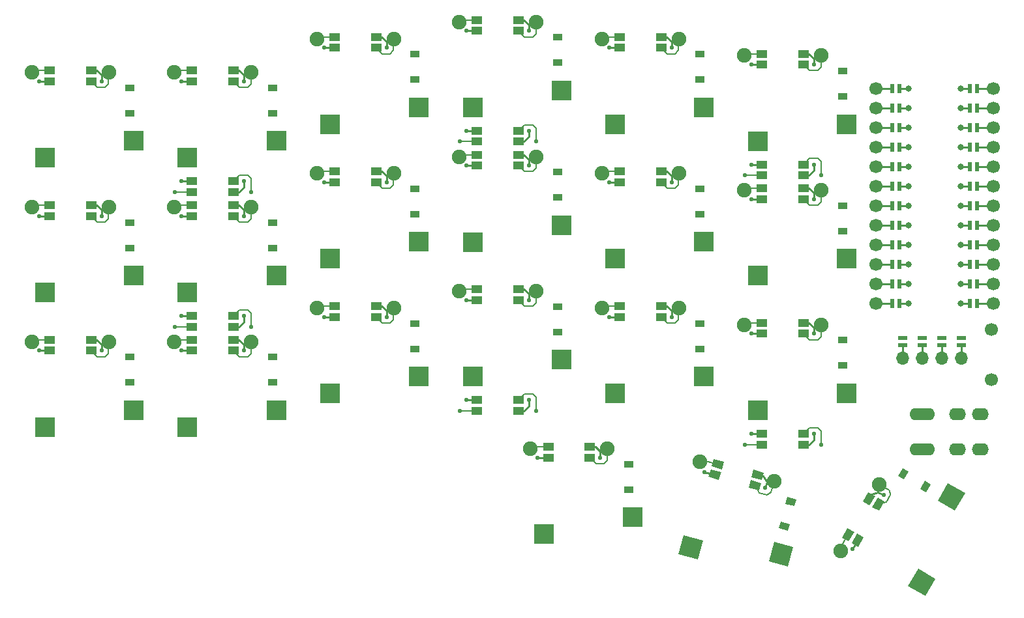
<source format=gtl>
G04 #@! TF.GenerationSoftware,KiCad,Pcbnew,8.0.8+1*
G04 #@! TF.CreationDate,2025-07-09T05:02:12+00:00*
G04 #@! TF.ProjectId,corney_island,636f726e-6579-45f6-9973-6c616e642e6b,0.2*
G04 #@! TF.SameCoordinates,Original*
G04 #@! TF.FileFunction,Copper,L1,Top*
G04 #@! TF.FilePolarity,Positive*
%FSLAX46Y46*%
G04 Gerber Fmt 4.6, Leading zero omitted, Abs format (unit mm)*
G04 Created by KiCad (PCBNEW 8.0.8+1) date 2025-07-09 05:02:12*
%MOMM*%
%LPD*%
G01*
G04 APERTURE LIST*
G04 #@! TA.AperFunction,ComponentPad*
%ADD10C,1.900000*%
G04 #@! TD*
G04 #@! TA.AperFunction,SMDPad,CuDef*
%ADD11R,2.600000X2.600000*%
G04 #@! TD*
G04 #@! TA.AperFunction,SMDPad,CuDef*
%ADD12R,1.200000X0.900000*%
G04 #@! TD*
G04 #@! TA.AperFunction,ComponentPad*
%ADD13C,1.700000*%
G04 #@! TD*
G04 #@! TA.AperFunction,ComponentPad*
%ADD14C,0.800000*%
G04 #@! TD*
G04 #@! TA.AperFunction,SMDPad,CuDef*
%ADD15R,0.600000X1.200000*%
G04 #@! TD*
G04 #@! TA.AperFunction,SMDPad,CuDef*
%ADD16R,1.200000X0.600000*%
G04 #@! TD*
G04 #@! TA.AperFunction,ComponentPad*
%ADD17O,1.700000X1.700000*%
G04 #@! TD*
G04 #@! TA.AperFunction,ComponentPad*
%ADD18O,2.200000X1.600000*%
G04 #@! TD*
G04 #@! TA.AperFunction,ComponentPad*
%ADD19O,3.300000X1.600000*%
G04 #@! TD*
G04 #@! TA.AperFunction,SMDPad,CuDef*
%ADD20R,1.400000X1.000000*%
G04 #@! TD*
G04 #@! TA.AperFunction,ViaPad*
%ADD21C,0.560000*%
G04 #@! TD*
G04 #@! TA.AperFunction,Conductor*
%ADD22C,0.250000*%
G04 #@! TD*
G04 #@! TA.AperFunction,Conductor*
%ADD23C,0.150000*%
G04 #@! TD*
G04 APERTURE END LIST*
D10*
X105000000Y-94850000D03*
X105000000Y-77350000D03*
X105000000Y-59850000D03*
X123500000Y-94850000D03*
X123500000Y-77350000D03*
X123500000Y-59850000D03*
X142000000Y-90475000D03*
X142000000Y-72975000D03*
X142000000Y-55475000D03*
X160500000Y-88287500D03*
X160500000Y-70787500D03*
X160500000Y-53287500D03*
X179000000Y-90475000D03*
X179000000Y-72975000D03*
X179000000Y-55475000D03*
X197500000Y-92662500D03*
X197500000Y-75162500D03*
X197500000Y-57662500D03*
X169750000Y-108787500D03*
X191412547Y-113007077D03*
X205053812Y-113417121D03*
X95000000Y-94850000D03*
D11*
X96725000Y-105950000D03*
X108275000Y-103750000D03*
D10*
X95000000Y-77350000D03*
D11*
X96725000Y-88450000D03*
X108275000Y-86250000D03*
D10*
X95000000Y-59850000D03*
D11*
X96725000Y-70950000D03*
X108275000Y-68750000D03*
D10*
X113500000Y-94850000D03*
D11*
X115225000Y-105950000D03*
X126775000Y-103750000D03*
D10*
X113500000Y-77350000D03*
D11*
X115225000Y-88450000D03*
X126775000Y-86250000D03*
D10*
X113500000Y-59850000D03*
D11*
X115225000Y-70950000D03*
X126775000Y-68750000D03*
D10*
X132000000Y-90475000D03*
D11*
X133725000Y-101575000D03*
X145275000Y-99375000D03*
D10*
X132000000Y-72975000D03*
D11*
X133725000Y-84075000D03*
X145275000Y-81875000D03*
D10*
X132000000Y-55475000D03*
D11*
X133725000Y-66575000D03*
X145275000Y-64375000D03*
D10*
X150500000Y-88287500D03*
D11*
X152225000Y-99387500D03*
X163775000Y-97187500D03*
D10*
X150500000Y-70787500D03*
D11*
X152225000Y-81887500D03*
X163775000Y-79687500D03*
D10*
X150500000Y-53287500D03*
D11*
X152225000Y-64387500D03*
X163775000Y-62187500D03*
D10*
X169000000Y-90475000D03*
D11*
X170725000Y-101575000D03*
X182275000Y-99375000D03*
D10*
X169000000Y-72975000D03*
D11*
X170725000Y-84075000D03*
X182275000Y-81875000D03*
D10*
X169000000Y-55475000D03*
D11*
X170725000Y-66575000D03*
X182275000Y-64375000D03*
D10*
X187500000Y-92662500D03*
D11*
X189225000Y-103762500D03*
X200775000Y-101562500D03*
D10*
X187500000Y-75162500D03*
D11*
X189225000Y-86262500D03*
X200775000Y-84062500D03*
D10*
X187500000Y-57662500D03*
D11*
X189225000Y-68762500D03*
X200775000Y-66562500D03*
D10*
X159750000Y-108787500D03*
D11*
X161475000Y-119887500D03*
X173025000Y-117687500D03*
D10*
X181753289Y-110418887D03*
G04 #@! TA.AperFunction,SMDPad,CuDef*
G36*
X182138788Y-120667887D02*
G01*
X181465859Y-123179294D01*
X178954452Y-122506365D01*
X179627381Y-119994958D01*
X182138788Y-120667887D01*
G37*
G04 #@! TD.AperFunction*
G04 #@! TA.AperFunction,SMDPad,CuDef*
G36*
X193864633Y-121532210D02*
G01*
X193191704Y-124043617D01*
X190680297Y-123370688D01*
X191353226Y-120859281D01*
X193864633Y-121532210D01*
G37*
G04 #@! TD.AperFunction*
X200053812Y-122077375D03*
G04 #@! TA.AperFunction,SMDPad,CuDef*
G36*
X210053361Y-124357648D02*
G01*
X212305027Y-125657648D01*
X211005027Y-127909314D01*
X208753361Y-126609314D01*
X210053361Y-124357648D01*
G37*
G04 #@! TD.AperFunction*
G04 #@! TA.AperFunction,SMDPad,CuDef*
G36*
X213923105Y-113255055D02*
G01*
X216174771Y-114555055D01*
X214874771Y-116806721D01*
X212623105Y-115506721D01*
X213923105Y-113255055D01*
G37*
G04 #@! TD.AperFunction*
D12*
X107750000Y-96850000D03*
X107750000Y-100150000D03*
X107750000Y-79350000D03*
X107750000Y-82650000D03*
X107750000Y-61850000D03*
X107750000Y-65150000D03*
X126250000Y-96850000D03*
X126250000Y-100150000D03*
X126250000Y-79350000D03*
X126250000Y-82650000D03*
X126250000Y-61850000D03*
X126250000Y-65150000D03*
X144750000Y-92475000D03*
X144750000Y-95775000D03*
X144750000Y-74975000D03*
X144750000Y-78275000D03*
X144750000Y-57475000D03*
X144750000Y-60775000D03*
X163250000Y-90287500D03*
X163250000Y-93587500D03*
X163250000Y-72787500D03*
X163250000Y-76087500D03*
X163250000Y-55287500D03*
X163250000Y-58587500D03*
X181750000Y-92475000D03*
X181750000Y-95775000D03*
X181750000Y-74975000D03*
X181750000Y-78275000D03*
X181750000Y-57475000D03*
X181750000Y-60775000D03*
X200250000Y-94662500D03*
X200250000Y-97962500D03*
X200250000Y-77162500D03*
X200250000Y-80462500D03*
X200250000Y-59662500D03*
X200250000Y-62962500D03*
X172500000Y-110787500D03*
X172500000Y-114087500D03*
G04 #@! TA.AperFunction,SMDPad,CuDef*
G36*
X193088118Y-115060723D02*
G01*
X194247229Y-115371306D01*
X194014292Y-116240639D01*
X192855181Y-115930056D01*
X193088118Y-115060723D01*
G37*
G04 #@! TD.AperFunction*
G04 #@! TA.AperFunction,SMDPad,CuDef*
G36*
X192234016Y-118248279D02*
G01*
X193393127Y-118558862D01*
X193160190Y-119428195D01*
X192001079Y-119117612D01*
X192234016Y-118248279D01*
G37*
G04 #@! TD.AperFunction*
G04 #@! TA.AperFunction,SMDPad,CuDef*
G36*
X207471152Y-112330166D02*
G01*
X208071152Y-111290936D01*
X208850574Y-111740936D01*
X208250574Y-112780166D01*
X207471152Y-112330166D01*
G37*
G04 #@! TD.AperFunction*
G04 #@! TA.AperFunction,SMDPad,CuDef*
G36*
X210329036Y-113980166D02*
G01*
X210929036Y-112940936D01*
X211708458Y-113390936D01*
X211108458Y-114430166D01*
X210329036Y-113980166D01*
G37*
G04 #@! TD.AperFunction*
D13*
X204584000Y-61920000D03*
X219824000Y-61920000D03*
D14*
X208804000Y-61920000D03*
X215604000Y-61920000D03*
D15*
X206724000Y-61920000D03*
X207624000Y-61920000D03*
X216784000Y-61920000D03*
X217684000Y-61920000D03*
D13*
X204584000Y-64460000D03*
X219824000Y-64460000D03*
D14*
X208804000Y-64460000D03*
X215604000Y-64460000D03*
D15*
X206724000Y-64460000D03*
X207624000Y-64460000D03*
X216784000Y-64460000D03*
X217684000Y-64460000D03*
D13*
X204584000Y-67000000D03*
X219824000Y-67000000D03*
D14*
X208804000Y-67000000D03*
X215604000Y-67000000D03*
D15*
X206724000Y-67000000D03*
X207624000Y-67000000D03*
X216784000Y-67000000D03*
X217684000Y-67000000D03*
D13*
X204584000Y-69540000D03*
X219824000Y-69540000D03*
D14*
X208804000Y-69540000D03*
X215604000Y-69540000D03*
D15*
X206724000Y-69540000D03*
X207624000Y-69540000D03*
X216784000Y-69540000D03*
X217684000Y-69540000D03*
D13*
X204584000Y-72080000D03*
X219824000Y-72080000D03*
D14*
X208804000Y-72080000D03*
X215604000Y-72080000D03*
D15*
X206724000Y-72080000D03*
X207624000Y-72080000D03*
X216784000Y-72080000D03*
X217684000Y-72080000D03*
D13*
X204584000Y-74620000D03*
X219824000Y-74620000D03*
D14*
X208804000Y-74620000D03*
X215604000Y-74620000D03*
D15*
X206724000Y-74620000D03*
X207624000Y-74620000D03*
X216784000Y-74620000D03*
X217684000Y-74620000D03*
D13*
X204584000Y-77160000D03*
X219824000Y-77160000D03*
D14*
X208804000Y-77160000D03*
X215604000Y-77160000D03*
D15*
X206724000Y-77160000D03*
X207624000Y-77160000D03*
X216784000Y-77160000D03*
X217684000Y-77160000D03*
D13*
X204584000Y-79700000D03*
X219824000Y-79700000D03*
D14*
X208804000Y-79700000D03*
X215604000Y-79700000D03*
D15*
X206724000Y-79700000D03*
X207624000Y-79700000D03*
X216784000Y-79700000D03*
X217684000Y-79700000D03*
D13*
X204584000Y-82240000D03*
X219824000Y-82240000D03*
D14*
X208804000Y-82240000D03*
X215604000Y-82240000D03*
D15*
X206724000Y-82240000D03*
X207624000Y-82240000D03*
X216784000Y-82240000D03*
X217684000Y-82240000D03*
D13*
X204584000Y-84780000D03*
X219824000Y-84780000D03*
D14*
X208804000Y-84780000D03*
X215604000Y-84780000D03*
D15*
X206724000Y-84780000D03*
X207624000Y-84780000D03*
X216784000Y-84780000D03*
X217684000Y-84780000D03*
D13*
X204584000Y-87320000D03*
X219824000Y-87320000D03*
D14*
X208804000Y-87320000D03*
X215604000Y-87320000D03*
D15*
X206724000Y-87320000D03*
X207624000Y-87320000D03*
X216784000Y-87320000D03*
X217684000Y-87320000D03*
D13*
X204584000Y-89860000D03*
X219824000Y-89860000D03*
D14*
X208804000Y-89860000D03*
X215604000Y-89860000D03*
D15*
X206724000Y-89860000D03*
X207624000Y-89860000D03*
X216784000Y-89860000D03*
X217684000Y-89860000D03*
D16*
X208087000Y-94358000D03*
X210627000Y-94358000D03*
X213167000Y-94358000D03*
X215707000Y-94358000D03*
X208087000Y-95258000D03*
X210627000Y-95258000D03*
X213167000Y-95258000D03*
X215707000Y-95258000D03*
D17*
X208087000Y-97008000D03*
X210627000Y-97008000D03*
X213167000Y-97008000D03*
X215707000Y-97008000D03*
D13*
X219600000Y-99751000D03*
X219600000Y-93251000D03*
D18*
X218160000Y-104260000D03*
X215160000Y-104260000D03*
D19*
X210610000Y-104260000D03*
D18*
X218160000Y-108860000D03*
X215160000Y-108860000D03*
D19*
X210610000Y-108860000D03*
D20*
X97300000Y-94600000D03*
X97300000Y-96000000D03*
X102700000Y-94600000D03*
X102700000Y-96000000D03*
X97300000Y-77100000D03*
X97300000Y-78500000D03*
X102700000Y-77100000D03*
X102700000Y-78500000D03*
X97300000Y-59600000D03*
X97300000Y-61000000D03*
X102700000Y-59600000D03*
X102700000Y-61000000D03*
X115800000Y-94600000D03*
X115800000Y-96000000D03*
X121200000Y-94600000D03*
X121200000Y-96000000D03*
X115800000Y-77100000D03*
X115800000Y-78500000D03*
X121200000Y-77100000D03*
X121200000Y-78500000D03*
X115800000Y-59600000D03*
X115800000Y-61000000D03*
X121200000Y-59600000D03*
X121200000Y-61000000D03*
X134300000Y-90225000D03*
X134300000Y-91625000D03*
X139700000Y-90225000D03*
X139700000Y-91625000D03*
X134300000Y-72725000D03*
X134300000Y-74125000D03*
X139700000Y-72725000D03*
X139700000Y-74125000D03*
X134300000Y-55225000D03*
X134300000Y-56625000D03*
X139700000Y-55225000D03*
X139700000Y-56625000D03*
X152800000Y-88037500D03*
X152800000Y-89437500D03*
X158200000Y-88037500D03*
X158200000Y-89437500D03*
X152800000Y-70537500D03*
X152800000Y-71937500D03*
X158200000Y-70537500D03*
X158200000Y-71937500D03*
X152800000Y-53037500D03*
X152800000Y-54437500D03*
X158200000Y-53037500D03*
X158200000Y-54437500D03*
X171300000Y-90225000D03*
X171300000Y-91625000D03*
X176700000Y-90225000D03*
X176700000Y-91625000D03*
X171300000Y-72725000D03*
X171300000Y-74125000D03*
X176700000Y-72725000D03*
X176700000Y-74125000D03*
X171300000Y-55225000D03*
X171300000Y-56625000D03*
X176700000Y-55225000D03*
X176700000Y-56625000D03*
X189800000Y-92412500D03*
X189800000Y-93812500D03*
X195200000Y-92412500D03*
X195200000Y-93812500D03*
X189800000Y-74912500D03*
X189800000Y-76312500D03*
X195200000Y-74912500D03*
X195200000Y-76312500D03*
X189800000Y-57412500D03*
X189800000Y-58812500D03*
X195200000Y-57412500D03*
X195200000Y-58812500D03*
X162050000Y-108537500D03*
X162050000Y-109937500D03*
X167450000Y-108537500D03*
X167450000Y-109937500D03*
G04 #@! TA.AperFunction,SMDPad,CuDef*
G36*
X183234066Y-111074479D02*
G01*
X183492885Y-110108553D01*
X184845182Y-110470899D01*
X184586363Y-111436825D01*
X183234066Y-111074479D01*
G37*
G04 #@! TD.AperFunction*
G04 #@! TA.AperFunction,SMDPad,CuDef*
G36*
X182871719Y-112426776D02*
G01*
X183130538Y-111460850D01*
X184482835Y-111823196D01*
X184224016Y-112789122D01*
X182871719Y-112426776D01*
G37*
G04 #@! TD.AperFunction*
G04 #@! TA.AperFunction,SMDPad,CuDef*
G36*
X188450065Y-112472102D02*
G01*
X188708884Y-111506176D01*
X190061181Y-111868522D01*
X189802362Y-112834448D01*
X188450065Y-112472102D01*
G37*
G04 #@! TD.AperFunction*
G04 #@! TA.AperFunction,SMDPad,CuDef*
G36*
X188087718Y-113824399D02*
G01*
X188346537Y-112858473D01*
X189698834Y-113220819D01*
X189440015Y-114186745D01*
X188087718Y-113824399D01*
G37*
G04 #@! TD.AperFunction*
G04 #@! TA.AperFunction,SMDPad,CuDef*
G36*
X201070319Y-120816735D02*
G01*
X200204293Y-120316735D01*
X200904293Y-119104299D01*
X201770319Y-119604299D01*
X201070319Y-120816735D01*
G37*
G04 #@! TD.AperFunction*
G04 #@! TA.AperFunction,SMDPad,CuDef*
G36*
X202282755Y-121516735D02*
G01*
X201416729Y-121016735D01*
X202116729Y-119804299D01*
X202982755Y-120304299D01*
X202282755Y-121516735D01*
G37*
G04 #@! TD.AperFunction*
G04 #@! TA.AperFunction,SMDPad,CuDef*
G36*
X203770319Y-116140197D02*
G01*
X202904293Y-115640197D01*
X203604293Y-114427761D01*
X204470319Y-114927761D01*
X203770319Y-116140197D01*
G37*
G04 #@! TD.AperFunction*
G04 #@! TA.AperFunction,SMDPad,CuDef*
G36*
X204982755Y-116840197D02*
G01*
X204116729Y-116340197D01*
X204816729Y-115127761D01*
X205682755Y-115627761D01*
X204982755Y-116840197D01*
G37*
G04 #@! TD.AperFunction*
X195200000Y-71812500D03*
X195200000Y-73212500D03*
X189800000Y-71812500D03*
X189800000Y-73212500D03*
X158200000Y-67437500D03*
X158200000Y-68837500D03*
X152800000Y-67437500D03*
X152800000Y-68837500D03*
X121200000Y-74000000D03*
X121200000Y-75400000D03*
X115800000Y-74000000D03*
X115800000Y-75400000D03*
X121200000Y-91500000D03*
X121200000Y-92900000D03*
X115800000Y-91500000D03*
X115800000Y-92900000D03*
X158200000Y-102437500D03*
X158200000Y-103837500D03*
X152800000Y-102437500D03*
X152800000Y-103837500D03*
X195200000Y-106812500D03*
X195200000Y-108212500D03*
X189800000Y-106812500D03*
X189800000Y-108212500D03*
D21*
X104060000Y-96000000D03*
X104950000Y-94600000D03*
X95940000Y-96000000D03*
X95050000Y-94600000D03*
X104060000Y-78500000D03*
X104950000Y-77100000D03*
X95940000Y-78500000D03*
X95050000Y-77100000D03*
X104060000Y-61000000D03*
X104950000Y-59600000D03*
X95940000Y-61000000D03*
X95050000Y-59600000D03*
X122560000Y-96000000D03*
X123450000Y-94600000D03*
X114440000Y-96000000D03*
X113550000Y-94600000D03*
X122560000Y-78500000D03*
X123450000Y-77100000D03*
X114440000Y-78500000D03*
X113550000Y-77100000D03*
X122560000Y-61000000D03*
X123450000Y-59600000D03*
X114440000Y-61000000D03*
X113550000Y-59600000D03*
X141060000Y-91625000D03*
X141950000Y-90225000D03*
X132940000Y-91625000D03*
X132050000Y-90225000D03*
X141060000Y-74125000D03*
X141950000Y-72725000D03*
X132940000Y-74125000D03*
X132050000Y-72725000D03*
X141060000Y-56625000D03*
X141950000Y-55225000D03*
X132940000Y-56625000D03*
X132050000Y-55225000D03*
X159560000Y-89437500D03*
X160450000Y-88037500D03*
X151440000Y-89437500D03*
X150550000Y-88037500D03*
X159560000Y-71937500D03*
X160450000Y-70537500D03*
X151440000Y-71937500D03*
X150550000Y-70537500D03*
X159560000Y-54437500D03*
X160450000Y-53037500D03*
X151440000Y-54437500D03*
X150550000Y-53037500D03*
X178060000Y-91625000D03*
X178950000Y-90225000D03*
X169940000Y-91625000D03*
X169050000Y-90225000D03*
X178060000Y-74125000D03*
X178950000Y-72725000D03*
X169940000Y-74125000D03*
X169050000Y-72725000D03*
X178060000Y-56625000D03*
X178950000Y-55225000D03*
X169940000Y-56625000D03*
X169050000Y-55225000D03*
X196560000Y-93812500D03*
X197450000Y-92412500D03*
X188440000Y-93812500D03*
X187550000Y-92412500D03*
X196560000Y-76312500D03*
X197450000Y-74912500D03*
X188440000Y-76312500D03*
X187550000Y-74912500D03*
X196560000Y-58812500D03*
X197450000Y-57412500D03*
X188440000Y-58812500D03*
X187550000Y-57412500D03*
X168810000Y-109937500D03*
X169700000Y-108537500D03*
X160690000Y-109937500D03*
X159800000Y-108537500D03*
X190206935Y-113874602D03*
X191428956Y-112752655D03*
X182363617Y-111772991D03*
X181866290Y-110190346D03*
X205579741Y-114806185D03*
X204812306Y-113335422D03*
X201519741Y-121838311D03*
X199862306Y-121909074D03*
X188440000Y-71812500D03*
X187550000Y-73212500D03*
X196560000Y-71812500D03*
X197450000Y-73212500D03*
X151440000Y-67437500D03*
X150550000Y-68837500D03*
X159560000Y-67437500D03*
X160450000Y-68837500D03*
X114440000Y-74000000D03*
X113550000Y-75400000D03*
X122560000Y-74000000D03*
X123450000Y-75400000D03*
X114440000Y-91500000D03*
X113550000Y-92900000D03*
X122560000Y-91500000D03*
X123450000Y-92900000D03*
X151440000Y-102437500D03*
X150550000Y-103837500D03*
X159560000Y-102437500D03*
X160450000Y-103837500D03*
X188440000Y-106812500D03*
X187550000Y-108212500D03*
X196560000Y-106812500D03*
X197450000Y-108212500D03*
D22*
X216784000Y-61920000D02*
X215604000Y-61920000D01*
X207624000Y-61920000D02*
X208804000Y-61920000D01*
X204584000Y-61920000D02*
X206704000Y-61920000D01*
X217704000Y-61920000D02*
X219824000Y-61920000D01*
X216784000Y-64460000D02*
X215604000Y-64460000D01*
X207624000Y-64460000D02*
X208804000Y-64460000D01*
X204584000Y-64460000D02*
X206704000Y-64460000D01*
X217704000Y-64460000D02*
X219824000Y-64460000D01*
X216784000Y-67000000D02*
X215604000Y-67000000D01*
X207624000Y-67000000D02*
X208804000Y-67000000D01*
X204584000Y-67000000D02*
X206704000Y-67000000D01*
X217704000Y-67000000D02*
X219824000Y-67000000D01*
X216784000Y-69540000D02*
X215604000Y-69540000D01*
X207624000Y-69540000D02*
X208804000Y-69540000D01*
X204584000Y-69540000D02*
X206704000Y-69540000D01*
X217704000Y-69540000D02*
X219824000Y-69540000D01*
X216784000Y-72080000D02*
X215604000Y-72080000D01*
X207624000Y-72080000D02*
X208804000Y-72080000D01*
X204584000Y-72080000D02*
X206704000Y-72080000D01*
X217704000Y-72080000D02*
X219824000Y-72080000D01*
X216784000Y-74620000D02*
X215604000Y-74620000D01*
X207624000Y-74620000D02*
X208804000Y-74620000D01*
X204584000Y-74620000D02*
X206704000Y-74620000D01*
X217704000Y-74620000D02*
X219824000Y-74620000D01*
X216784000Y-77160000D02*
X215604000Y-77160000D01*
X207624000Y-77160000D02*
X208804000Y-77160000D01*
X204584000Y-77160000D02*
X206704000Y-77160000D01*
X217704000Y-77160000D02*
X219824000Y-77160000D01*
X216784000Y-79700000D02*
X215604000Y-79700000D01*
X207624000Y-79700000D02*
X208804000Y-79700000D01*
X204584000Y-79700000D02*
X206704000Y-79700000D01*
X217704000Y-79700000D02*
X219824000Y-79700000D01*
X216784000Y-82240000D02*
X215604000Y-82240000D01*
X207624000Y-82240000D02*
X208804000Y-82240000D01*
X204584000Y-82240000D02*
X206704000Y-82240000D01*
X217704000Y-82240000D02*
X219824000Y-82240000D01*
X216784000Y-84780000D02*
X215604000Y-84780000D01*
X207624000Y-84780000D02*
X208804000Y-84780000D01*
X204584000Y-84780000D02*
X206704000Y-84780000D01*
X217704000Y-84780000D02*
X219824000Y-84780000D01*
X216784000Y-87320000D02*
X215604000Y-87320000D01*
X207624000Y-87320000D02*
X208804000Y-87320000D01*
X204584000Y-87320000D02*
X206704000Y-87320000D01*
X217704000Y-87320000D02*
X219824000Y-87320000D01*
X216784000Y-89860000D02*
X215604000Y-89860000D01*
X207624000Y-89860000D02*
X208804000Y-89860000D01*
X204584000Y-89860000D02*
X206704000Y-89860000D01*
X217704000Y-89860000D02*
X219824000Y-89860000D01*
X208087000Y-97008000D02*
X208087000Y-95258000D01*
X210627000Y-97008000D02*
X210627000Y-95258000D01*
X213167000Y-97008000D02*
X213167000Y-95258000D01*
X215707000Y-97008000D02*
X215707000Y-95258000D01*
X103400000Y-94600000D02*
X104060000Y-95194084D01*
X104060000Y-95194084D02*
X104060000Y-96000000D01*
X102700000Y-94600000D02*
X103400000Y-94600000D01*
D23*
X102700000Y-96000000D02*
X103481000Y-96785000D01*
X103481000Y-96785000D02*
X104529000Y-96785000D01*
X104950000Y-96360000D02*
X104950000Y-94600000D01*
X104529000Y-96785000D02*
X104950000Y-96360000D01*
D22*
X97300000Y-96000000D02*
X95940000Y-96000000D01*
D23*
X95050000Y-94600000D02*
X97300000Y-94600000D01*
D22*
X103400000Y-77100000D02*
X104060000Y-77694084D01*
X104060000Y-77694084D02*
X104060000Y-78500000D01*
X102700000Y-77100000D02*
X103400000Y-77100000D01*
D23*
X102700000Y-78500000D02*
X103481000Y-79285000D01*
X103481000Y-79285000D02*
X104529000Y-79285000D01*
X104950000Y-78860000D02*
X104950000Y-77100000D01*
X104529000Y-79285000D02*
X104950000Y-78860000D01*
D22*
X97300000Y-78500000D02*
X95940000Y-78500000D01*
D23*
X95050000Y-77100000D02*
X97300000Y-77100000D01*
D22*
X103400000Y-59600000D02*
X104060000Y-60194084D01*
X104060000Y-60194084D02*
X104060000Y-61000000D01*
X102700000Y-59600000D02*
X103400000Y-59600000D01*
D23*
X102700000Y-61000000D02*
X103481000Y-61785000D01*
X103481000Y-61785000D02*
X104529000Y-61785000D01*
X104950000Y-61360000D02*
X104950000Y-59600000D01*
X104529000Y-61785000D02*
X104950000Y-61360000D01*
D22*
X97300000Y-61000000D02*
X95940000Y-61000000D01*
D23*
X95050000Y-59600000D02*
X97300000Y-59600000D01*
D22*
X121900000Y-94600000D02*
X122560000Y-95194084D01*
X122560000Y-95194084D02*
X122560000Y-96000000D01*
X121200000Y-94600000D02*
X121900000Y-94600000D01*
D23*
X121200000Y-96000000D02*
X121981000Y-96785000D01*
X121981000Y-96785000D02*
X123029000Y-96785000D01*
X123450000Y-96360000D02*
X123450000Y-94600000D01*
X123029000Y-96785000D02*
X123450000Y-96360000D01*
D22*
X115800000Y-96000000D02*
X114440000Y-96000000D01*
D23*
X113550000Y-94600000D02*
X115800000Y-94600000D01*
D22*
X121900000Y-77100000D02*
X122560000Y-77694084D01*
X122560000Y-77694084D02*
X122560000Y-78500000D01*
X121200000Y-77100000D02*
X121900000Y-77100000D01*
D23*
X121200000Y-78500000D02*
X121981000Y-79285000D01*
X121981000Y-79285000D02*
X123029000Y-79285000D01*
X123450000Y-78860000D02*
X123450000Y-77100000D01*
X123029000Y-79285000D02*
X123450000Y-78860000D01*
D22*
X115800000Y-78500000D02*
X114440000Y-78500000D01*
D23*
X113550000Y-77100000D02*
X115800000Y-77100000D01*
D22*
X121900000Y-59600000D02*
X122560000Y-60194084D01*
X122560000Y-60194084D02*
X122560000Y-61000000D01*
X121200000Y-59600000D02*
X121900000Y-59600000D01*
D23*
X121200000Y-61000000D02*
X121981000Y-61785000D01*
X121981000Y-61785000D02*
X123029000Y-61785000D01*
X123450000Y-61360000D02*
X123450000Y-59600000D01*
X123029000Y-61785000D02*
X123450000Y-61360000D01*
D22*
X115800000Y-61000000D02*
X114440000Y-61000000D01*
D23*
X113550000Y-59600000D02*
X115800000Y-59600000D01*
D22*
X140400000Y-90225000D02*
X141060000Y-90819084D01*
X141060000Y-90819084D02*
X141060000Y-91625000D01*
X139700000Y-90225000D02*
X140400000Y-90225000D01*
D23*
X139700000Y-91625000D02*
X140481000Y-92410000D01*
X140481000Y-92410000D02*
X141529000Y-92410000D01*
X141950000Y-91985000D02*
X141950000Y-90225000D01*
X141529000Y-92410000D02*
X141950000Y-91985000D01*
D22*
X134300000Y-91625000D02*
X132940000Y-91625000D01*
D23*
X132050000Y-90225000D02*
X134300000Y-90225000D01*
D22*
X140400000Y-72725000D02*
X141060000Y-73319084D01*
X141060000Y-73319084D02*
X141060000Y-74125000D01*
X139700000Y-72725000D02*
X140400000Y-72725000D01*
D23*
X139700000Y-74125000D02*
X140481000Y-74910000D01*
X140481000Y-74910000D02*
X141529000Y-74910000D01*
X141950000Y-74485000D02*
X141950000Y-72725000D01*
X141529000Y-74910000D02*
X141950000Y-74485000D01*
D22*
X134300000Y-74125000D02*
X132940000Y-74125000D01*
D23*
X132050000Y-72725000D02*
X134300000Y-72725000D01*
D22*
X140400000Y-55225000D02*
X141060000Y-55819084D01*
X141060000Y-55819084D02*
X141060000Y-56625000D01*
X139700000Y-55225000D02*
X140400000Y-55225000D01*
D23*
X139700000Y-56625000D02*
X140481000Y-57410000D01*
X140481000Y-57410000D02*
X141529000Y-57410000D01*
X141950000Y-56985000D02*
X141950000Y-55225000D01*
X141529000Y-57410000D02*
X141950000Y-56985000D01*
D22*
X134300000Y-56625000D02*
X132940000Y-56625000D01*
D23*
X132050000Y-55225000D02*
X134300000Y-55225000D01*
D22*
X158900000Y-88037500D02*
X159560000Y-88631584D01*
X159560000Y-88631584D02*
X159560000Y-89437500D01*
X158200000Y-88037500D02*
X158900000Y-88037500D01*
D23*
X158200000Y-89437500D02*
X158981000Y-90222500D01*
X158981000Y-90222500D02*
X160029000Y-90222500D01*
X160450000Y-89797500D02*
X160450000Y-88037500D01*
X160029000Y-90222500D02*
X160450000Y-89797500D01*
D22*
X152800000Y-89437500D02*
X151440000Y-89437500D01*
D23*
X150550000Y-88037500D02*
X152800000Y-88037500D01*
D22*
X158900000Y-70537500D02*
X159560000Y-71131584D01*
X159560000Y-71131584D02*
X159560000Y-71937500D01*
X158200000Y-70537500D02*
X158900000Y-70537500D01*
D23*
X158200000Y-71937500D02*
X158981000Y-72722500D01*
X158981000Y-72722500D02*
X160029000Y-72722500D01*
X160450000Y-72297500D02*
X160450000Y-70537500D01*
X160029000Y-72722500D02*
X160450000Y-72297500D01*
D22*
X152800000Y-71937500D02*
X151440000Y-71937500D01*
D23*
X150550000Y-70537500D02*
X152800000Y-70537500D01*
D22*
X158900000Y-53037500D02*
X159560000Y-53631584D01*
X159560000Y-53631584D02*
X159560000Y-54437500D01*
X158200000Y-53037500D02*
X158900000Y-53037500D01*
D23*
X158200000Y-54437500D02*
X158981000Y-55222500D01*
X158981000Y-55222500D02*
X160029000Y-55222500D01*
X160450000Y-54797500D02*
X160450000Y-53037500D01*
X160029000Y-55222500D02*
X160450000Y-54797500D01*
D22*
X152800000Y-54437500D02*
X151440000Y-54437500D01*
D23*
X150550000Y-53037500D02*
X152800000Y-53037500D01*
D22*
X177400000Y-90225000D02*
X178060000Y-90819084D01*
X178060000Y-90819084D02*
X178060000Y-91625000D01*
X176700000Y-90225000D02*
X177400000Y-90225000D01*
D23*
X176700000Y-91625000D02*
X177481000Y-92410000D01*
X177481000Y-92410000D02*
X178529000Y-92410000D01*
X178950000Y-91985000D02*
X178950000Y-90225000D01*
X178529000Y-92410000D02*
X178950000Y-91985000D01*
D22*
X171300000Y-91625000D02*
X169940000Y-91625000D01*
D23*
X169050000Y-90225000D02*
X171300000Y-90225000D01*
D22*
X177400000Y-72725000D02*
X178060000Y-73319084D01*
X178060000Y-73319084D02*
X178060000Y-74125000D01*
X176700000Y-72725000D02*
X177400000Y-72725000D01*
D23*
X176700000Y-74125000D02*
X177481000Y-74910000D01*
X177481000Y-74910000D02*
X178529000Y-74910000D01*
X178950000Y-74485000D02*
X178950000Y-72725000D01*
X178529000Y-74910000D02*
X178950000Y-74485000D01*
D22*
X171300000Y-74125000D02*
X169940000Y-74125000D01*
D23*
X169050000Y-72725000D02*
X171300000Y-72725000D01*
D22*
X177400000Y-55225000D02*
X178060000Y-55819084D01*
X178060000Y-55819084D02*
X178060000Y-56625000D01*
X176700000Y-55225000D02*
X177400000Y-55225000D01*
D23*
X176700000Y-56625000D02*
X177481000Y-57410000D01*
X177481000Y-57410000D02*
X178529000Y-57410000D01*
X178950000Y-56985000D02*
X178950000Y-55225000D01*
X178529000Y-57410000D02*
X178950000Y-56985000D01*
D22*
X171300000Y-56625000D02*
X169940000Y-56625000D01*
D23*
X169050000Y-55225000D02*
X171300000Y-55225000D01*
D22*
X195900000Y-92412500D02*
X196560000Y-93006584D01*
X196560000Y-93006584D02*
X196560000Y-93812500D01*
X195200000Y-92412500D02*
X195900000Y-92412500D01*
D23*
X195200000Y-93812500D02*
X195981000Y-94597500D01*
X195981000Y-94597500D02*
X197029000Y-94597500D01*
X197450000Y-94172500D02*
X197450000Y-92412500D01*
X197029000Y-94597500D02*
X197450000Y-94172500D01*
D22*
X189800000Y-93812500D02*
X188440000Y-93812500D01*
D23*
X187550000Y-92412500D02*
X189800000Y-92412500D01*
D22*
X195900000Y-74912500D02*
X196560000Y-75506584D01*
X196560000Y-75506584D02*
X196560000Y-76312500D01*
X195200000Y-74912500D02*
X195900000Y-74912500D01*
D23*
X195200000Y-76312500D02*
X195981000Y-77097500D01*
X195981000Y-77097500D02*
X197029000Y-77097500D01*
X197450000Y-76672500D02*
X197450000Y-74912500D01*
X197029000Y-77097500D02*
X197450000Y-76672500D01*
D22*
X189800000Y-76312500D02*
X188440000Y-76312500D01*
D23*
X187550000Y-74912500D02*
X189800000Y-74912500D01*
D22*
X195900000Y-57412500D02*
X196560000Y-58006584D01*
X196560000Y-58006584D02*
X196560000Y-58812500D01*
X195200000Y-57412500D02*
X195900000Y-57412500D01*
D23*
X195200000Y-58812500D02*
X195981000Y-59597500D01*
X195981000Y-59597500D02*
X197029000Y-59597500D01*
X197450000Y-59172500D02*
X197450000Y-57412500D01*
X197029000Y-59597500D02*
X197450000Y-59172500D01*
D22*
X189800000Y-58812500D02*
X188440000Y-58812500D01*
D23*
X187550000Y-57412500D02*
X189800000Y-57412500D01*
D22*
X168150000Y-108537500D02*
X168810000Y-109131584D01*
X168810000Y-109131584D02*
X168810000Y-109937500D01*
X167450000Y-108537500D02*
X168150000Y-108537500D01*
D23*
X167450000Y-109937500D02*
X168231000Y-110722500D01*
X168231000Y-110722500D02*
X169279000Y-110722500D01*
X169700000Y-110297500D02*
X169700000Y-108537500D01*
X169279000Y-110722500D02*
X169700000Y-110297500D01*
D22*
X162050000Y-109937500D02*
X160690000Y-109937500D01*
D23*
X159800000Y-108537500D02*
X162050000Y-108537500D01*
D22*
X189931771Y-112351485D02*
X190415521Y-113096147D01*
X190415521Y-113096147D02*
X190206935Y-113874602D01*
X189255623Y-112170312D02*
X189931771Y-112351485D01*
D23*
X188893276Y-113522608D02*
X189444491Y-114482998D01*
X189444491Y-114482998D02*
X190456781Y-114754240D01*
X190973434Y-114452684D02*
X191428956Y-112752655D01*
X190456781Y-114754240D02*
X190973434Y-114452684D01*
D22*
X183677276Y-112124985D02*
X182363617Y-111772991D01*
D23*
X181866290Y-110190346D02*
X184039623Y-110772689D01*
D22*
X204037306Y-114677762D02*
X204881798Y-114403227D01*
X204881798Y-114403227D02*
X205579741Y-114806185D01*
X203687306Y-115283980D02*
X204037306Y-114677762D01*
D23*
X204899741Y-115983980D02*
X205970071Y-115700114D01*
X205970071Y-115700114D02*
X206494071Y-114792519D01*
X206336510Y-114215422D02*
X204812306Y-113335422D01*
X206494071Y-114792519D02*
X206336510Y-114215422D01*
D22*
X202199741Y-120660517D02*
X201519741Y-121838311D01*
D23*
X199862306Y-121909074D02*
X200987306Y-119960517D01*
D22*
X189800000Y-71812500D02*
X188440000Y-71812500D01*
D23*
X187550000Y-73212500D02*
X189800000Y-73212500D01*
D22*
X195900000Y-73212500D02*
X196560000Y-72618416D01*
X196560000Y-72618416D02*
X196560000Y-71812500D01*
X195200000Y-73212500D02*
X195900000Y-73212500D01*
D23*
X195200000Y-71812500D02*
X195981000Y-71027500D01*
X195981000Y-71027500D02*
X197029000Y-71027500D01*
X197450000Y-71452500D02*
X197450000Y-73212500D01*
X197029000Y-71027500D02*
X197450000Y-71452500D01*
D22*
X152800000Y-67437500D02*
X151440000Y-67437500D01*
D23*
X150550000Y-68837500D02*
X152800000Y-68837500D01*
D22*
X158900000Y-68837500D02*
X159560000Y-68243416D01*
X159560000Y-68243416D02*
X159560000Y-67437500D01*
X158200000Y-68837500D02*
X158900000Y-68837500D01*
D23*
X158200000Y-67437500D02*
X158981000Y-66652500D01*
X158981000Y-66652500D02*
X160029000Y-66652500D01*
X160450000Y-67077500D02*
X160450000Y-68837500D01*
X160029000Y-66652500D02*
X160450000Y-67077500D01*
D22*
X115800000Y-74000000D02*
X114440000Y-74000000D01*
D23*
X113550000Y-75400000D02*
X115800000Y-75400000D01*
D22*
X121900000Y-75400000D02*
X122560000Y-74805916D01*
X122560000Y-74805916D02*
X122560000Y-74000000D01*
X121200000Y-75400000D02*
X121900000Y-75400000D01*
D23*
X121200000Y-74000000D02*
X121981000Y-73215000D01*
X121981000Y-73215000D02*
X123029000Y-73215000D01*
X123450000Y-73640000D02*
X123450000Y-75400000D01*
X123029000Y-73215000D02*
X123450000Y-73640000D01*
D22*
X115800000Y-91500000D02*
X114440000Y-91500000D01*
D23*
X113550000Y-92900000D02*
X115800000Y-92900000D01*
D22*
X121900000Y-92900000D02*
X122560000Y-92305916D01*
X122560000Y-92305916D02*
X122560000Y-91500000D01*
X121200000Y-92900000D02*
X121900000Y-92900000D01*
D23*
X121200000Y-91500000D02*
X121981000Y-90715000D01*
X121981000Y-90715000D02*
X123029000Y-90715000D01*
X123450000Y-91140000D02*
X123450000Y-92900000D01*
X123029000Y-90715000D02*
X123450000Y-91140000D01*
D22*
X152800000Y-102437500D02*
X151440000Y-102437500D01*
D23*
X150550000Y-103837500D02*
X152800000Y-103837500D01*
D22*
X158900000Y-103837500D02*
X159560000Y-103243416D01*
X159560000Y-103243416D02*
X159560000Y-102437500D01*
X158200000Y-103837500D02*
X158900000Y-103837500D01*
D23*
X158200000Y-102437500D02*
X158981000Y-101652500D01*
X158981000Y-101652500D02*
X160029000Y-101652500D01*
X160450000Y-102077500D02*
X160450000Y-103837500D01*
X160029000Y-101652500D02*
X160450000Y-102077500D01*
D22*
X189800000Y-106812500D02*
X188440000Y-106812500D01*
D23*
X187550000Y-108212500D02*
X189800000Y-108212500D01*
D22*
X195900000Y-108212500D02*
X196560000Y-107618416D01*
X196560000Y-107618416D02*
X196560000Y-106812500D01*
X195200000Y-108212500D02*
X195900000Y-108212500D01*
D23*
X195200000Y-106812500D02*
X195981000Y-106027500D01*
X195981000Y-106027500D02*
X197029000Y-106027500D01*
X197450000Y-106452500D02*
X197450000Y-108212500D01*
X197029000Y-106027500D02*
X197450000Y-106452500D01*
M02*

</source>
